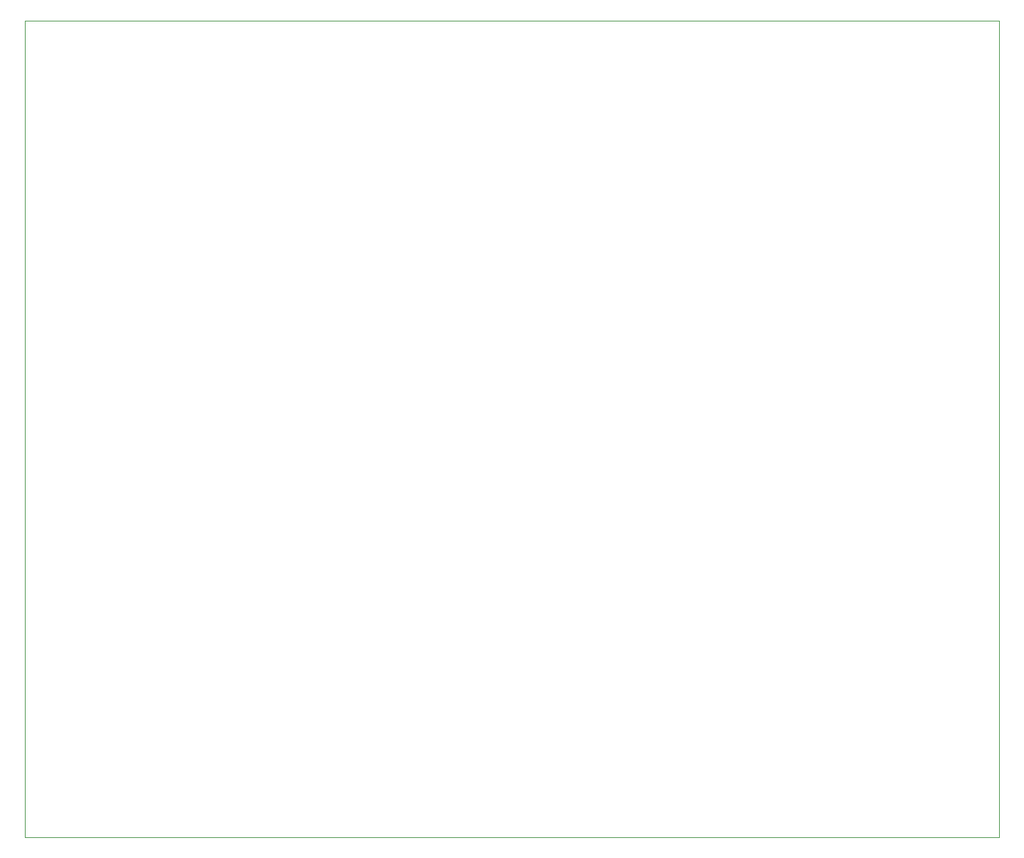
<source format=gbr>
G04 #@! TF.GenerationSoftware,KiCad,Pcbnew,(6.0.9-0)*
G04 #@! TF.CreationDate,2022-12-20T12:29:31-05:00*
G04 #@! TF.ProjectId,ember-pcb,656d6265-722d-4706-9362-2e6b69636164,rev?*
G04 #@! TF.SameCoordinates,Original*
G04 #@! TF.FileFunction,Profile,NP*
%FSLAX46Y46*%
G04 Gerber Fmt 4.6, Leading zero omitted, Abs format (unit mm)*
G04 Created by KiCad (PCBNEW (6.0.9-0)) date 2022-12-20 12:29:31*
%MOMM*%
%LPD*%
G01*
G04 APERTURE LIST*
G04 #@! TA.AperFunction,Profile*
%ADD10C,0.100000*%
G04 #@! TD*
G04 APERTURE END LIST*
D10*
X188468000Y-147955000D02*
X69215000Y-147955000D01*
X69215000Y-147955000D02*
X69215000Y-48006000D01*
X69215000Y-48006000D02*
X188468000Y-48006000D01*
X188468000Y-48006000D02*
X188468000Y-147955000D01*
M02*

</source>
